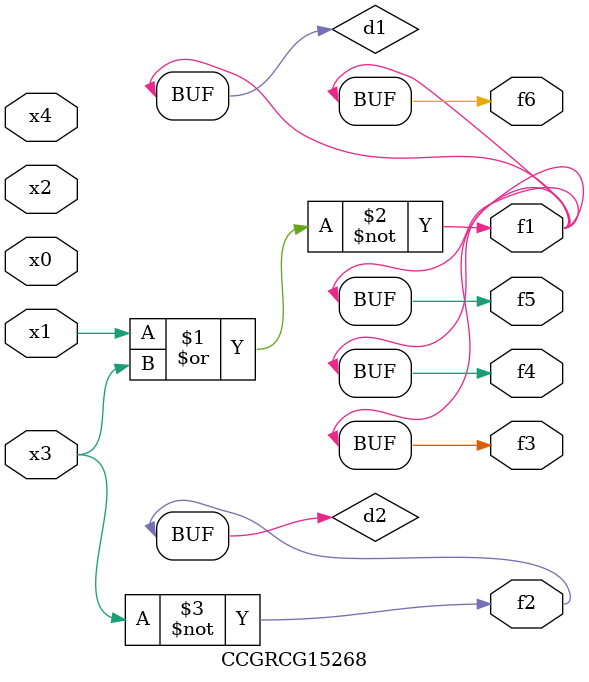
<source format=v>
module CCGRCG15268(
	input x0, x1, x2, x3, x4,
	output f1, f2, f3, f4, f5, f6
);

	wire d1, d2;

	nor (d1, x1, x3);
	not (d2, x3);
	assign f1 = d1;
	assign f2 = d2;
	assign f3 = d1;
	assign f4 = d1;
	assign f5 = d1;
	assign f6 = d1;
endmodule

</source>
